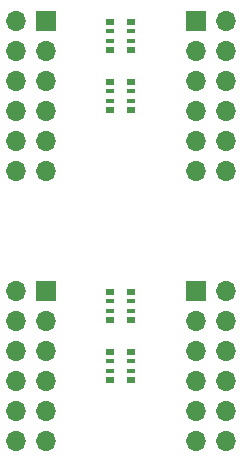
<source format=gts>
G04 #@! TF.GenerationSoftware,KiCad,Pcbnew,(6.0.9)*
G04 #@! TF.CreationDate,2022-11-21T19:08:44+01:00*
G04 #@! TF.ProjectId,PMOD series resistor board,504d4f44-2073-4657-9269-657320726573,V1.0*
G04 #@! TF.SameCoordinates,Original*
G04 #@! TF.FileFunction,Soldermask,Top*
G04 #@! TF.FilePolarity,Negative*
%FSLAX46Y46*%
G04 Gerber Fmt 4.6, Leading zero omitted, Abs format (unit mm)*
G04 Created by KiCad (PCBNEW (6.0.9)) date 2022-11-21 19:08:44*
%MOMM*%
%LPD*%
G01*
G04 APERTURE LIST*
%ADD10R,0.800000X0.500000*%
%ADD11R,0.800000X0.400000*%
%ADD12O,1.700000X1.700000*%
%ADD13R,1.700000X1.700000*%
G04 APERTURE END LIST*
D10*
X180710000Y-132150000D03*
D11*
X180710000Y-132950000D03*
X180710000Y-133750000D03*
D10*
X180710000Y-134550000D03*
X182510000Y-134550000D03*
D11*
X182510000Y-133750000D03*
X182510000Y-132950000D03*
D10*
X182510000Y-132150000D03*
X182510000Y-137230000D03*
D11*
X182510000Y-138030000D03*
X182510000Y-138830000D03*
D10*
X182510000Y-139630000D03*
X180710000Y-139630000D03*
D11*
X180710000Y-138830000D03*
X180710000Y-138030000D03*
D10*
X180710000Y-137230000D03*
D12*
X190500000Y-144780000D03*
X190500000Y-142240000D03*
X190500000Y-139700000D03*
X190500000Y-137160000D03*
X190500000Y-134620000D03*
X190500000Y-132080000D03*
X187960000Y-144780000D03*
X187960000Y-142240000D03*
X187960000Y-139700000D03*
X187960000Y-137160000D03*
X187960000Y-134620000D03*
D13*
X187960000Y-132080000D03*
X175260000Y-132080000D03*
D12*
X175260000Y-134620000D03*
X175260000Y-137160000D03*
X175260000Y-139700000D03*
X175260000Y-142240000D03*
X175260000Y-144780000D03*
X172720000Y-132080000D03*
X172720000Y-134620000D03*
X172720000Y-137160000D03*
X172720000Y-139700000D03*
X172720000Y-142240000D03*
X172720000Y-144780000D03*
D10*
X180710000Y-114370000D03*
D11*
X180710000Y-115170000D03*
X180710000Y-115970000D03*
D10*
X180710000Y-116770000D03*
X182510000Y-116770000D03*
D11*
X182510000Y-115970000D03*
X182510000Y-115170000D03*
D10*
X182510000Y-114370000D03*
X180710000Y-109290000D03*
D11*
X180710000Y-110090000D03*
X180710000Y-110890000D03*
D10*
X180710000Y-111690000D03*
X182510000Y-111690000D03*
D11*
X182510000Y-110890000D03*
X182510000Y-110090000D03*
D10*
X182510000Y-109290000D03*
D13*
X175260000Y-109220000D03*
D12*
X175260000Y-111760000D03*
X175260000Y-114300000D03*
X175260000Y-116840000D03*
X175260000Y-119380000D03*
X175260000Y-121920000D03*
X172720000Y-109220000D03*
X172720000Y-111760000D03*
X172720000Y-114300000D03*
X172720000Y-116840000D03*
X172720000Y-119380000D03*
X172720000Y-121920000D03*
D13*
X187960000Y-109220000D03*
D12*
X187960000Y-111760000D03*
X187960000Y-114300000D03*
X187960000Y-116840000D03*
X187960000Y-119380000D03*
X187960000Y-121920000D03*
X190500000Y-109220000D03*
X190500000Y-111760000D03*
X190500000Y-114300000D03*
X190500000Y-116840000D03*
X190500000Y-119380000D03*
X190500000Y-121920000D03*
M02*

</source>
